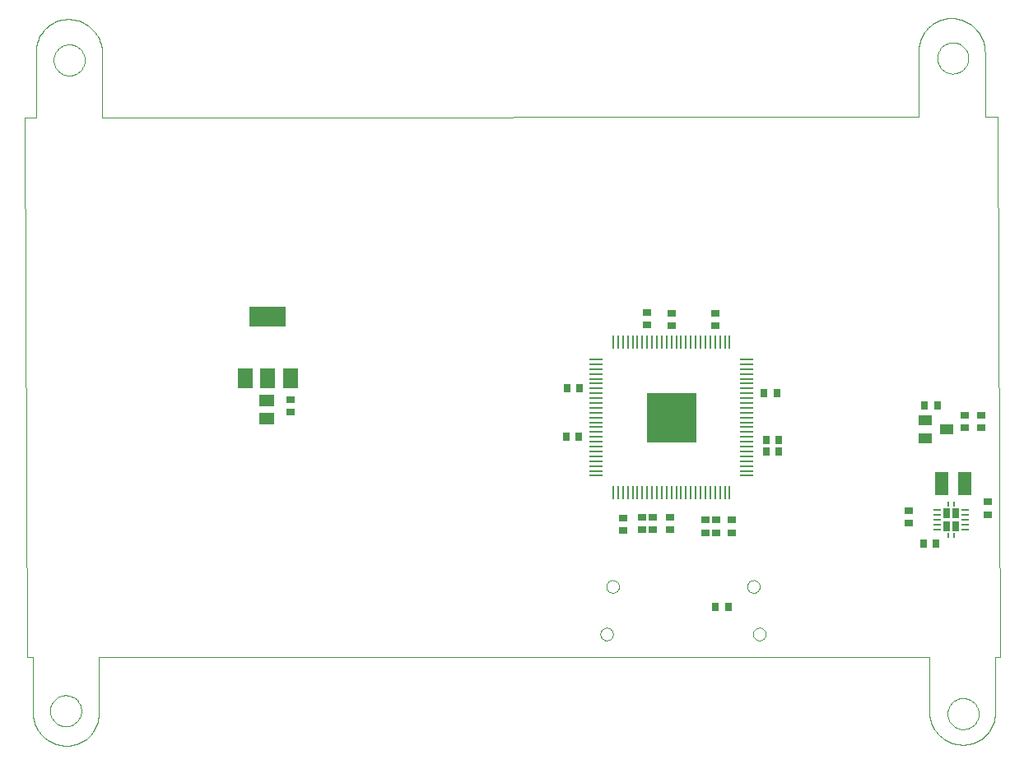
<source format=gtp>
G75*
G70*
%OFA0B0*%
%FSLAX24Y24*%
%IPPOS*%
%LPD*%
%AMOC8*
5,1,8,0,0,1.08239X$1,22.5*
%
%ADD10C,0.0000*%
%ADD11R,0.0098X0.0226*%
%ADD12R,0.0256X0.0404*%
%ADD13R,0.0270X0.0091*%
%ADD14C,0.0091*%
%ADD15R,0.0551X0.0945*%
%ADD16R,0.0354X0.0276*%
%ADD17R,0.0276X0.0354*%
%ADD18R,0.0551X0.0394*%
%ADD19R,0.0580X0.0110*%
%ADD20R,0.0110X0.0580*%
%ADD21R,0.2050X0.2050*%
%ADD22R,0.0591X0.0787*%
%ADD23R,0.1496X0.0787*%
%ADD24R,0.0591X0.0512*%
D10*
X001853Y001821D02*
X001923Y001823D01*
X001993Y001829D01*
X002063Y001838D01*
X002132Y001851D01*
X002201Y001868D01*
X002268Y001889D01*
X002334Y001913D01*
X002398Y001941D01*
X002461Y001972D01*
X002523Y002007D01*
X002582Y002045D01*
X002639Y002086D01*
X002694Y002130D01*
X002746Y002177D01*
X002796Y002227D01*
X002843Y002279D01*
X002887Y002334D01*
X002928Y002391D01*
X002966Y002450D01*
X003001Y002512D01*
X003032Y002575D01*
X003060Y002639D01*
X003084Y002705D01*
X003105Y002772D01*
X003122Y002841D01*
X003135Y002910D01*
X003144Y002980D01*
X003150Y003050D01*
X003152Y003120D01*
X003152Y005403D01*
X036774Y005403D01*
X036774Y003238D01*
X036776Y003166D01*
X036782Y003094D01*
X036791Y003022D01*
X036804Y002951D01*
X036821Y002881D01*
X036841Y002812D01*
X036866Y002744D01*
X036893Y002678D01*
X036924Y002612D01*
X036959Y002549D01*
X036996Y002487D01*
X037037Y002428D01*
X037081Y002371D01*
X037128Y002316D01*
X037178Y002264D01*
X037230Y002214D01*
X037285Y002167D01*
X037342Y002123D01*
X037401Y002082D01*
X037463Y002045D01*
X037526Y002010D01*
X037592Y001979D01*
X037658Y001952D01*
X037726Y001927D01*
X037795Y001907D01*
X037865Y001890D01*
X037936Y001877D01*
X038008Y001868D01*
X038080Y001862D01*
X038152Y001860D01*
X037522Y003120D02*
X037524Y003170D01*
X037530Y003220D01*
X037540Y003269D01*
X037554Y003317D01*
X037571Y003364D01*
X037592Y003409D01*
X037617Y003453D01*
X037645Y003494D01*
X037677Y003533D01*
X037711Y003570D01*
X037748Y003604D01*
X037788Y003634D01*
X037830Y003661D01*
X037874Y003685D01*
X037920Y003706D01*
X037967Y003722D01*
X038015Y003735D01*
X038065Y003744D01*
X038114Y003749D01*
X038165Y003750D01*
X038215Y003747D01*
X038264Y003740D01*
X038313Y003729D01*
X038361Y003714D01*
X038407Y003696D01*
X038452Y003674D01*
X038495Y003648D01*
X038536Y003619D01*
X038575Y003587D01*
X038611Y003552D01*
X038643Y003514D01*
X038673Y003474D01*
X038700Y003431D01*
X038723Y003387D01*
X038742Y003341D01*
X038758Y003293D01*
X038770Y003244D01*
X038778Y003195D01*
X038782Y003145D01*
X038782Y003095D01*
X038778Y003045D01*
X038770Y002996D01*
X038758Y002947D01*
X038742Y002899D01*
X038723Y002853D01*
X038700Y002809D01*
X038673Y002766D01*
X038643Y002726D01*
X038611Y002688D01*
X038575Y002653D01*
X038536Y002621D01*
X038495Y002592D01*
X038452Y002566D01*
X038407Y002544D01*
X038361Y002526D01*
X038313Y002511D01*
X038264Y002500D01*
X038215Y002493D01*
X038165Y002490D01*
X038114Y002491D01*
X038065Y002496D01*
X038015Y002505D01*
X037967Y002518D01*
X037920Y002534D01*
X037874Y002555D01*
X037830Y002579D01*
X037788Y002606D01*
X037748Y002636D01*
X037711Y002670D01*
X037677Y002707D01*
X037645Y002746D01*
X037617Y002787D01*
X037592Y002831D01*
X037571Y002876D01*
X037554Y002923D01*
X037540Y002971D01*
X037530Y003020D01*
X037524Y003070D01*
X037522Y003120D01*
X038152Y001860D02*
X038222Y001862D01*
X038292Y001868D01*
X038362Y001877D01*
X038431Y001890D01*
X038500Y001907D01*
X038567Y001928D01*
X038633Y001952D01*
X038697Y001980D01*
X038760Y002011D01*
X038822Y002046D01*
X038881Y002084D01*
X038938Y002125D01*
X038993Y002169D01*
X039045Y002216D01*
X039095Y002266D01*
X039142Y002318D01*
X039186Y002373D01*
X039227Y002430D01*
X039265Y002489D01*
X039300Y002551D01*
X039331Y002614D01*
X039359Y002678D01*
X039383Y002744D01*
X039404Y002811D01*
X039421Y002880D01*
X039434Y002949D01*
X039443Y003019D01*
X039449Y003089D01*
X039451Y003159D01*
X039452Y003159D02*
X039452Y005403D01*
X039649Y005403D01*
X039550Y027332D01*
X039038Y027332D01*
X039038Y029931D01*
X037109Y029694D02*
X037111Y029744D01*
X037117Y029794D01*
X037127Y029843D01*
X037141Y029891D01*
X037158Y029938D01*
X037179Y029983D01*
X037204Y030027D01*
X037232Y030068D01*
X037264Y030107D01*
X037298Y030144D01*
X037335Y030178D01*
X037375Y030208D01*
X037417Y030235D01*
X037461Y030259D01*
X037507Y030280D01*
X037554Y030296D01*
X037602Y030309D01*
X037652Y030318D01*
X037701Y030323D01*
X037752Y030324D01*
X037802Y030321D01*
X037851Y030314D01*
X037900Y030303D01*
X037948Y030288D01*
X037994Y030270D01*
X038039Y030248D01*
X038082Y030222D01*
X038123Y030193D01*
X038162Y030161D01*
X038198Y030126D01*
X038230Y030088D01*
X038260Y030048D01*
X038287Y030005D01*
X038310Y029961D01*
X038329Y029915D01*
X038345Y029867D01*
X038357Y029818D01*
X038365Y029769D01*
X038369Y029719D01*
X038369Y029669D01*
X038365Y029619D01*
X038357Y029570D01*
X038345Y029521D01*
X038329Y029473D01*
X038310Y029427D01*
X038287Y029383D01*
X038260Y029340D01*
X038230Y029300D01*
X038198Y029262D01*
X038162Y029227D01*
X038123Y029195D01*
X038082Y029166D01*
X038039Y029140D01*
X037994Y029118D01*
X037948Y029100D01*
X037900Y029085D01*
X037851Y029074D01*
X037802Y029067D01*
X037752Y029064D01*
X037701Y029065D01*
X037652Y029070D01*
X037602Y029079D01*
X037554Y029092D01*
X037507Y029108D01*
X037461Y029129D01*
X037417Y029153D01*
X037375Y029180D01*
X037335Y029210D01*
X037298Y029244D01*
X037264Y029281D01*
X037232Y029320D01*
X037204Y029361D01*
X037179Y029405D01*
X037158Y029450D01*
X037141Y029497D01*
X037127Y029545D01*
X037117Y029594D01*
X037111Y029644D01*
X037109Y029694D01*
X036361Y030009D02*
X036361Y027332D01*
X003290Y027293D01*
X003290Y029891D01*
X001322Y029616D02*
X001324Y029666D01*
X001330Y029716D01*
X001340Y029765D01*
X001354Y029813D01*
X001371Y029860D01*
X001392Y029905D01*
X001417Y029949D01*
X001445Y029990D01*
X001477Y030029D01*
X001511Y030066D01*
X001548Y030100D01*
X001588Y030130D01*
X001630Y030157D01*
X001674Y030181D01*
X001720Y030202D01*
X001767Y030218D01*
X001815Y030231D01*
X001865Y030240D01*
X001914Y030245D01*
X001965Y030246D01*
X002015Y030243D01*
X002064Y030236D01*
X002113Y030225D01*
X002161Y030210D01*
X002207Y030192D01*
X002252Y030170D01*
X002295Y030144D01*
X002336Y030115D01*
X002375Y030083D01*
X002411Y030048D01*
X002443Y030010D01*
X002473Y029970D01*
X002500Y029927D01*
X002523Y029883D01*
X002542Y029837D01*
X002558Y029789D01*
X002570Y029740D01*
X002578Y029691D01*
X002582Y029641D01*
X002582Y029591D01*
X002578Y029541D01*
X002570Y029492D01*
X002558Y029443D01*
X002542Y029395D01*
X002523Y029349D01*
X002500Y029305D01*
X002473Y029262D01*
X002443Y029222D01*
X002411Y029184D01*
X002375Y029149D01*
X002336Y029117D01*
X002295Y029088D01*
X002252Y029062D01*
X002207Y029040D01*
X002161Y029022D01*
X002113Y029007D01*
X002064Y028996D01*
X002015Y028989D01*
X001965Y028986D01*
X001914Y028987D01*
X001865Y028992D01*
X001815Y029001D01*
X001767Y029014D01*
X001720Y029030D01*
X001674Y029051D01*
X001630Y029075D01*
X001588Y029102D01*
X001548Y029132D01*
X001511Y029166D01*
X001477Y029203D01*
X001445Y029242D01*
X001417Y029283D01*
X001392Y029327D01*
X001371Y029372D01*
X001354Y029419D01*
X001340Y029467D01*
X001330Y029516D01*
X001324Y029566D01*
X001322Y029616D01*
X001912Y031269D02*
X001984Y031267D01*
X002056Y031261D01*
X002128Y031252D01*
X002199Y031239D01*
X002269Y031222D01*
X002338Y031202D01*
X002406Y031177D01*
X002472Y031150D01*
X002538Y031119D01*
X002601Y031084D01*
X002663Y031047D01*
X002722Y031006D01*
X002779Y030962D01*
X002834Y030915D01*
X002886Y030865D01*
X002936Y030813D01*
X002983Y030758D01*
X003027Y030701D01*
X003068Y030642D01*
X003105Y030580D01*
X003140Y030517D01*
X003171Y030451D01*
X003198Y030385D01*
X003223Y030317D01*
X003243Y030248D01*
X003260Y030178D01*
X003273Y030107D01*
X003282Y030035D01*
X003288Y029963D01*
X003290Y029891D01*
X001912Y031269D02*
X001842Y031267D01*
X001772Y031261D01*
X001702Y031252D01*
X001633Y031239D01*
X001564Y031222D01*
X001497Y031201D01*
X001431Y031177D01*
X001367Y031149D01*
X001304Y031118D01*
X001242Y031083D01*
X001183Y031045D01*
X001126Y031004D01*
X001071Y030960D01*
X001019Y030913D01*
X000969Y030863D01*
X000922Y030811D01*
X000878Y030756D01*
X000837Y030699D01*
X000799Y030640D01*
X000764Y030578D01*
X000733Y030515D01*
X000705Y030451D01*
X000681Y030385D01*
X000660Y030318D01*
X000643Y030249D01*
X000630Y030180D01*
X000621Y030110D01*
X000615Y030040D01*
X000613Y029970D01*
X000613Y027293D01*
X000141Y027293D01*
X000239Y005403D01*
X000475Y005403D01*
X000475Y003198D01*
X001184Y003238D02*
X001186Y003288D01*
X001192Y003338D01*
X001202Y003387D01*
X001216Y003435D01*
X001233Y003482D01*
X001254Y003527D01*
X001279Y003571D01*
X001307Y003612D01*
X001339Y003651D01*
X001373Y003688D01*
X001410Y003722D01*
X001450Y003752D01*
X001492Y003779D01*
X001536Y003803D01*
X001582Y003824D01*
X001629Y003840D01*
X001677Y003853D01*
X001727Y003862D01*
X001776Y003867D01*
X001827Y003868D01*
X001877Y003865D01*
X001926Y003858D01*
X001975Y003847D01*
X002023Y003832D01*
X002069Y003814D01*
X002114Y003792D01*
X002157Y003766D01*
X002198Y003737D01*
X002237Y003705D01*
X002273Y003670D01*
X002305Y003632D01*
X002335Y003592D01*
X002362Y003549D01*
X002385Y003505D01*
X002404Y003459D01*
X002420Y003411D01*
X002432Y003362D01*
X002440Y003313D01*
X002444Y003263D01*
X002444Y003213D01*
X002440Y003163D01*
X002432Y003114D01*
X002420Y003065D01*
X002404Y003017D01*
X002385Y002971D01*
X002362Y002927D01*
X002335Y002884D01*
X002305Y002844D01*
X002273Y002806D01*
X002237Y002771D01*
X002198Y002739D01*
X002157Y002710D01*
X002114Y002684D01*
X002069Y002662D01*
X002023Y002644D01*
X001975Y002629D01*
X001926Y002618D01*
X001877Y002611D01*
X001827Y002608D01*
X001776Y002609D01*
X001727Y002614D01*
X001677Y002623D01*
X001629Y002636D01*
X001582Y002652D01*
X001536Y002673D01*
X001492Y002697D01*
X001450Y002724D01*
X001410Y002754D01*
X001373Y002788D01*
X001339Y002825D01*
X001307Y002864D01*
X001279Y002905D01*
X001254Y002949D01*
X001233Y002994D01*
X001216Y003041D01*
X001202Y003089D01*
X001192Y003138D01*
X001186Y003188D01*
X001184Y003238D01*
X000475Y003198D02*
X000477Y003126D01*
X000483Y003054D01*
X000492Y002982D01*
X000505Y002911D01*
X000522Y002841D01*
X000542Y002772D01*
X000567Y002704D01*
X000594Y002638D01*
X000625Y002572D01*
X000660Y002509D01*
X000697Y002447D01*
X000738Y002388D01*
X000782Y002331D01*
X000829Y002276D01*
X000879Y002224D01*
X000931Y002174D01*
X000986Y002127D01*
X001043Y002083D01*
X001102Y002042D01*
X001164Y002005D01*
X001227Y001970D01*
X001293Y001939D01*
X001359Y001912D01*
X001427Y001887D01*
X001496Y001867D01*
X001566Y001850D01*
X001637Y001837D01*
X001709Y001828D01*
X001781Y001822D01*
X001853Y001820D01*
X023467Y006348D02*
X023469Y006379D01*
X023475Y006410D01*
X023484Y006440D01*
X023497Y006469D01*
X023514Y006496D01*
X023534Y006520D01*
X023556Y006542D01*
X023582Y006561D01*
X023609Y006577D01*
X023638Y006589D01*
X023668Y006598D01*
X023699Y006603D01*
X023731Y006604D01*
X023762Y006601D01*
X023793Y006594D01*
X023823Y006584D01*
X023851Y006570D01*
X023877Y006552D01*
X023901Y006532D01*
X023922Y006508D01*
X023941Y006483D01*
X023956Y006455D01*
X023967Y006426D01*
X023975Y006395D01*
X023979Y006364D01*
X023979Y006332D01*
X023975Y006301D01*
X023967Y006270D01*
X023956Y006241D01*
X023941Y006213D01*
X023922Y006188D01*
X023901Y006164D01*
X023877Y006144D01*
X023851Y006126D01*
X023823Y006112D01*
X023793Y006102D01*
X023762Y006095D01*
X023731Y006092D01*
X023699Y006093D01*
X023668Y006098D01*
X023638Y006107D01*
X023609Y006119D01*
X023582Y006135D01*
X023556Y006154D01*
X023534Y006176D01*
X023514Y006200D01*
X023497Y006227D01*
X023484Y006256D01*
X023475Y006286D01*
X023469Y006317D01*
X023467Y006348D01*
X023704Y008277D02*
X023706Y008308D01*
X023712Y008339D01*
X023721Y008369D01*
X023734Y008398D01*
X023751Y008425D01*
X023771Y008449D01*
X023793Y008471D01*
X023819Y008490D01*
X023846Y008506D01*
X023875Y008518D01*
X023905Y008527D01*
X023936Y008532D01*
X023968Y008533D01*
X023999Y008530D01*
X024030Y008523D01*
X024060Y008513D01*
X024088Y008499D01*
X024114Y008481D01*
X024138Y008461D01*
X024159Y008437D01*
X024178Y008412D01*
X024193Y008384D01*
X024204Y008355D01*
X024212Y008324D01*
X024216Y008293D01*
X024216Y008261D01*
X024212Y008230D01*
X024204Y008199D01*
X024193Y008170D01*
X024178Y008142D01*
X024159Y008117D01*
X024138Y008093D01*
X024114Y008073D01*
X024088Y008055D01*
X024060Y008041D01*
X024030Y008031D01*
X023999Y008024D01*
X023968Y008021D01*
X023936Y008022D01*
X023905Y008027D01*
X023875Y008036D01*
X023846Y008048D01*
X023819Y008064D01*
X023793Y008083D01*
X023771Y008105D01*
X023751Y008129D01*
X023734Y008156D01*
X023721Y008185D01*
X023712Y008215D01*
X023706Y008246D01*
X023704Y008277D01*
X029412Y008277D02*
X029414Y008308D01*
X029420Y008339D01*
X029429Y008369D01*
X029442Y008398D01*
X029459Y008425D01*
X029479Y008449D01*
X029501Y008471D01*
X029527Y008490D01*
X029554Y008506D01*
X029583Y008518D01*
X029613Y008527D01*
X029644Y008532D01*
X029676Y008533D01*
X029707Y008530D01*
X029738Y008523D01*
X029768Y008513D01*
X029796Y008499D01*
X029822Y008481D01*
X029846Y008461D01*
X029867Y008437D01*
X029886Y008412D01*
X029901Y008384D01*
X029912Y008355D01*
X029920Y008324D01*
X029924Y008293D01*
X029924Y008261D01*
X029920Y008230D01*
X029912Y008199D01*
X029901Y008170D01*
X029886Y008142D01*
X029867Y008117D01*
X029846Y008093D01*
X029822Y008073D01*
X029796Y008055D01*
X029768Y008041D01*
X029738Y008031D01*
X029707Y008024D01*
X029676Y008021D01*
X029644Y008022D01*
X029613Y008027D01*
X029583Y008036D01*
X029554Y008048D01*
X029527Y008064D01*
X029501Y008083D01*
X029479Y008105D01*
X029459Y008129D01*
X029442Y008156D01*
X029429Y008185D01*
X029420Y008215D01*
X029414Y008246D01*
X029412Y008277D01*
X029648Y006348D02*
X029650Y006379D01*
X029656Y006410D01*
X029665Y006440D01*
X029678Y006469D01*
X029695Y006496D01*
X029715Y006520D01*
X029737Y006542D01*
X029763Y006561D01*
X029790Y006577D01*
X029819Y006589D01*
X029849Y006598D01*
X029880Y006603D01*
X029912Y006604D01*
X029943Y006601D01*
X029974Y006594D01*
X030004Y006584D01*
X030032Y006570D01*
X030058Y006552D01*
X030082Y006532D01*
X030103Y006508D01*
X030122Y006483D01*
X030137Y006455D01*
X030148Y006426D01*
X030156Y006395D01*
X030160Y006364D01*
X030160Y006332D01*
X030156Y006301D01*
X030148Y006270D01*
X030137Y006241D01*
X030122Y006213D01*
X030103Y006188D01*
X030082Y006164D01*
X030058Y006144D01*
X030032Y006126D01*
X030004Y006112D01*
X029974Y006102D01*
X029943Y006095D01*
X029912Y006092D01*
X029880Y006093D01*
X029849Y006098D01*
X029819Y006107D01*
X029790Y006119D01*
X029763Y006135D01*
X029737Y006154D01*
X029715Y006176D01*
X029695Y006200D01*
X029678Y006227D01*
X029665Y006256D01*
X029656Y006286D01*
X029650Y006317D01*
X029648Y006348D01*
X039038Y029931D02*
X039036Y030003D01*
X039030Y030075D01*
X039021Y030147D01*
X039008Y030218D01*
X038991Y030288D01*
X038971Y030357D01*
X038946Y030425D01*
X038919Y030491D01*
X038888Y030557D01*
X038853Y030620D01*
X038816Y030682D01*
X038775Y030741D01*
X038731Y030798D01*
X038684Y030853D01*
X038634Y030905D01*
X038582Y030955D01*
X038527Y031002D01*
X038470Y031046D01*
X038411Y031087D01*
X038349Y031124D01*
X038286Y031159D01*
X038220Y031190D01*
X038154Y031217D01*
X038086Y031242D01*
X038017Y031262D01*
X037947Y031279D01*
X037876Y031292D01*
X037804Y031301D01*
X037732Y031307D01*
X037660Y031309D01*
X037660Y031308D02*
X037590Y031306D01*
X037520Y031300D01*
X037450Y031291D01*
X037381Y031278D01*
X037312Y031261D01*
X037245Y031240D01*
X037179Y031216D01*
X037115Y031188D01*
X037052Y031157D01*
X036990Y031122D01*
X036931Y031084D01*
X036874Y031043D01*
X036819Y030999D01*
X036767Y030952D01*
X036717Y030902D01*
X036670Y030850D01*
X036626Y030795D01*
X036585Y030738D01*
X036547Y030679D01*
X036512Y030617D01*
X036481Y030554D01*
X036453Y030490D01*
X036429Y030424D01*
X036408Y030357D01*
X036391Y030288D01*
X036378Y030219D01*
X036369Y030149D01*
X036363Y030079D01*
X036361Y030009D01*
D11*
X037562Y011612D03*
X037779Y011612D03*
X037779Y010342D03*
X037562Y010342D03*
D12*
X037484Y010716D03*
X037858Y010716D03*
X037858Y011238D03*
X037484Y011238D03*
D13*
X037077Y011174D03*
X037077Y011371D03*
X037077Y010977D03*
X037077Y010780D03*
X037077Y010583D03*
X038264Y010583D03*
X038264Y010780D03*
X038264Y010977D03*
X038264Y011174D03*
X038264Y011371D03*
D14*
X038129Y011371D03*
X038129Y011174D03*
X038129Y010977D03*
X038129Y010780D03*
X038129Y010583D03*
X037212Y010583D03*
X037212Y010780D03*
X037212Y010977D03*
X037212Y011174D03*
X037212Y011371D03*
D15*
X037277Y012434D03*
X038222Y012434D03*
D16*
X039167Y011705D03*
X039167Y011193D03*
X035938Y011351D03*
X035938Y010839D03*
X038231Y014714D03*
X038231Y015226D03*
X038900Y015226D03*
X038900Y014714D03*
X028782Y010974D03*
X028782Y010462D03*
X028152Y010462D03*
X027719Y010462D03*
X027719Y010974D03*
X028152Y010974D03*
X026302Y011092D03*
X025593Y011092D03*
X025160Y011092D03*
X024373Y011053D03*
X024373Y010541D03*
X025160Y010580D03*
X025593Y010580D03*
X026302Y010580D03*
X026341Y018848D03*
X026341Y019360D03*
X025357Y019399D03*
X025357Y018887D03*
X028113Y018848D03*
X028113Y019360D03*
X010908Y015856D03*
X010908Y015344D03*
D17*
X022070Y014340D03*
X022582Y014340D03*
X022621Y016309D03*
X022109Y016309D03*
X030101Y016112D03*
X030613Y016112D03*
X030692Y014222D03*
X030180Y014222D03*
X030180Y013750D03*
X030692Y013750D03*
X036597Y015600D03*
X037109Y015600D03*
X037060Y010032D03*
X036549Y010032D03*
X028645Y007450D03*
X028133Y007450D03*
D18*
X036617Y014281D03*
X036617Y015029D03*
X037483Y014655D03*
D19*
X029381Y014738D03*
X029381Y014928D03*
X029381Y015128D03*
X029381Y015328D03*
X029381Y015518D03*
X029381Y015718D03*
X029381Y015918D03*
X029381Y016108D03*
X029381Y016308D03*
X029381Y016508D03*
X029381Y016698D03*
X029381Y016898D03*
X029381Y017098D03*
X029381Y017298D03*
X029381Y017488D03*
X029381Y014538D03*
X029381Y014338D03*
X029381Y014148D03*
X029381Y013948D03*
X029381Y013748D03*
X029381Y013558D03*
X029381Y013358D03*
X029381Y013158D03*
X029381Y012958D03*
X029381Y012768D03*
X023301Y012768D03*
X023301Y012958D03*
X023301Y013158D03*
X023301Y013358D03*
X023301Y013558D03*
X023301Y013748D03*
X023301Y013948D03*
X023301Y014148D03*
X023301Y014338D03*
X023301Y014538D03*
X023301Y014738D03*
X023301Y014928D03*
X023301Y015128D03*
X023301Y015328D03*
X023301Y015518D03*
X023301Y015718D03*
X023301Y015918D03*
X023301Y016108D03*
X023301Y016308D03*
X023301Y016508D03*
X023301Y016698D03*
X023301Y016898D03*
X023301Y017098D03*
X023301Y017298D03*
X023301Y017488D03*
D20*
X023981Y018168D03*
X024171Y018168D03*
X024371Y018168D03*
X024571Y018168D03*
X024771Y018168D03*
X024961Y018168D03*
X025161Y018168D03*
X025361Y018168D03*
X025551Y018168D03*
X025751Y018168D03*
X025951Y018168D03*
X026141Y018168D03*
X026341Y018168D03*
X026541Y018168D03*
X026731Y018168D03*
X026931Y018168D03*
X027131Y018168D03*
X027321Y018168D03*
X027521Y018168D03*
X027721Y018168D03*
X027911Y018168D03*
X028111Y018168D03*
X028311Y018168D03*
X028511Y018168D03*
X028701Y018168D03*
X028701Y012088D03*
X028511Y012088D03*
X028311Y012088D03*
X028111Y012088D03*
X027911Y012088D03*
X027721Y012088D03*
X027521Y012088D03*
X027321Y012088D03*
X027131Y012088D03*
X026931Y012088D03*
X026731Y012088D03*
X026541Y012088D03*
X026341Y012088D03*
X026141Y012088D03*
X025951Y012088D03*
X025751Y012088D03*
X025551Y012088D03*
X025361Y012088D03*
X025161Y012088D03*
X024961Y012088D03*
X024771Y012088D03*
X024571Y012088D03*
X024371Y012088D03*
X024171Y012088D03*
X023981Y012088D03*
D21*
X026351Y015108D03*
D22*
X010908Y016722D03*
X010003Y016722D03*
X009097Y016722D03*
D23*
X010003Y019202D03*
D24*
X009963Y015817D03*
X009963Y015069D03*
M02*

</source>
